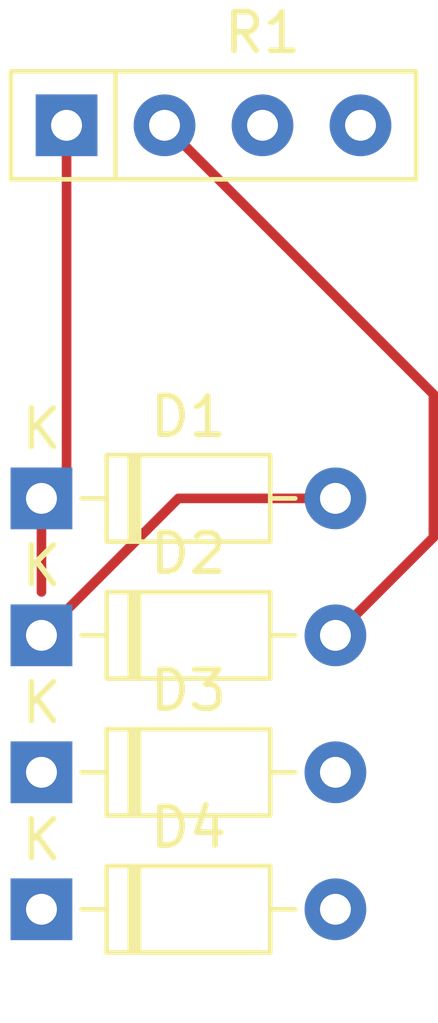
<source format=kicad_pcb>
(kicad_pcb (version 20221018) (generator pcbnew)
  (layers (0 "F.Cu" signal) (31 "B.Cu" signal) (34 "B.Paste" user) (35 "F.Paste" user) (36 "B.SilkS" user "B.Silkscreen") (37 "F.SilkS" user "F.Silkscreen") (38 "B.Mask" user) (39 "F.Mask" user) (44 "Edge.Cuts" user))
  (net 0 "")
  (net 1 "Net-(D1-K)")
  (net 2 "Net-(D1-A)")
  (net 3 "Net-(D2-A)")
  (net 4 "Net-(D3-A)")
  (footprint "Diode_THT:D_DO-35_SOD27_P7.62mm_Horizontal" (layer "F.Cu") (at 144.78 86.36)
    (fp_text reference "D4" (at 3.81 -2.12) (layer "F.SilkS"))
    (fp_text value "1N4148")
    (fp_text user "K" (at 0 -1.8) (layer "F.SilkS"))
    (fp_line (start 1.04 0) (end 1.69 0) (stroke (width 0.12)) (layer "F.SilkS"))
    (fp_line (start 1.69 -1.12) (end 1.69 1.12) (stroke (width 0.12)) (layer "F.SilkS"))
    (fp_line (start 1.69 1.12) (end 5.93 1.12) (stroke (width 0.12)) (layer "F.SilkS"))
    (fp_line (start 2.29 -1.12) (end 2.29 1.12) (stroke (width 0.12)) (layer "F.SilkS"))
    (fp_line (start 2.41 -1.12) (end 2.41 1.12) (stroke (width 0.12)) (layer "F.SilkS"))
    (fp_line (start 2.53 -1.12) (end 2.53 1.12) (stroke (width 0.12)) (layer "F.SilkS"))
    (fp_line (start 5.93 -1.12) (end 1.69 -1.12) (stroke (width 0.12)) (layer "F.SilkS"))
    (fp_line (start 5.93 1.12) (end 5.93 -1.12) (stroke (width 0.12)) (layer "F.SilkS"))
    (fp_line (start 6.58 0) (end 5.93 0) (stroke (width 0.12)) (layer "F.SilkS"))
    (pad "1" thru_hole rect (at 0 0) (size 1.6 1.6) (drill 0.8) (layers "*.Cu" "*.Mask") (net 4 "Net-(D3-A)"))
    (pad "2" thru_hole oval (at 7.62 0) (size 1.6 1.6) (drill 0.8) (layers "*.Cu" "*.Mask") (net 3 "Net-(D2-A)"))
  )
  (footprint "Diode_THT:D_DO-35_SOD27_P7.62mm_Horizontal" (layer "F.Cu") (at 144.78 82.81)
    (fp_text reference "D3" (at 3.81 -2.12) (layer "F.SilkS"))
    (fp_text value "1N4148")
    (fp_text user "K" (at 0 -1.8) (layer "F.SilkS"))
    (fp_line (start 1.04 0) (end 1.69 0) (stroke (width 0.12)) (layer "F.SilkS"))
    (fp_line (start 1.69 -1.12) (end 1.69 1.12) (stroke (width 0.12)) (layer "F.SilkS"))
    (fp_line (start 1.69 1.12) (end 5.93 1.12) (stroke (width 0.12)) (layer "F.SilkS"))
    (fp_line (start 2.29 -1.12) (end 2.29 1.12) (stroke (width 0.12)) (layer "F.SilkS"))
    (fp_line (start 2.41 -1.12) (end 2.41 1.12) (stroke (width 0.12)) (layer "F.SilkS"))
    (fp_line (start 2.53 -1.12) (end 2.53 1.12) (stroke (width 0.12)) (layer "F.SilkS"))
    (fp_line (start 5.93 -1.12) (end 1.69 -1.12) (stroke (width 0.12)) (layer "F.SilkS"))
    (fp_line (start 5.93 1.12) (end 5.93 -1.12) (stroke (width 0.12)) (layer "F.SilkS"))
    (fp_line (start 6.58 0) (end 5.93 0) (stroke (width 0.12)) (layer "F.SilkS"))
    (pad "1" thru_hole rect (at 0 0) (size 1.6 1.6) (drill 0.8) (layers "*.Cu" "*.Mask") (net 1 "Net-(D1-K)"))
    (pad "2" thru_hole oval (at 7.62 0) (size 1.6 1.6) (drill 0.8) (layers "*.Cu" "*.Mask") (net 4 "Net-(D3-A)"))
  )
  (footprint "Diode_THT:D_DO-35_SOD27_P7.62mm_Horizontal" (layer "F.Cu") (at 144.78 79.26)
    (fp_text reference "D2" (at 3.81 -2.12) (layer "F.SilkS"))
    (fp_text value "1N4148")
    (fp_text user "K" (at 0 -1.8) (layer "F.SilkS"))
    (fp_line (start 1.04 0) (end 1.69 0) (stroke (width 0.12)) (layer "F.SilkS"))
    (fp_line (start 1.69 -1.12) (end 1.69 1.12) (stroke (width 0.12)) (layer "F.SilkS"))
    (fp_line (start 1.69 1.12) (end 5.93 1.12) (stroke (width 0.12)) (layer "F.SilkS"))
    (fp_line (start 2.29 -1.12) (end 2.29 1.12) (stroke (width 0.12)) (layer "F.SilkS"))
    (fp_line (start 2.41 -1.12) (end 2.41 1.12) (stroke (width 0.12)) (layer "F.SilkS"))
    (fp_line (start 2.53 -1.12) (end 2.53 1.12) (stroke (width 0.12)) (layer "F.SilkS"))
    (fp_line (start 5.93 -1.12) (end 1.69 -1.12) (stroke (width 0.12)) (layer "F.SilkS"))
    (fp_line (start 5.93 1.12) (end 5.93 -1.12) (stroke (width 0.12)) (layer "F.SilkS"))
    (fp_line (start 6.58 0) (end 5.93 0) (stroke (width 0.12)) (layer "F.SilkS"))
    (pad "1" thru_hole rect (at 0 0) (size 1.6 1.6) (drill 0.8) (layers "*.Cu" "*.Mask") (net 2 "Net-(D1-A)"))
    (pad "2" thru_hole oval (at 7.62 0) (size 1.6 1.6) (drill 0.8) (layers "*.Cu" "*.Mask") (net 3 "Net-(D2-A)"))
  )
  (footprint "Diode_THT:D_DO-35_SOD27_P7.62mm_Horizontal" (layer "F.Cu") (at 144.78 75.71)
    (fp_text reference "D1" (at 3.81 -2.12) (layer "F.SilkS"))
    (fp_text value "1N4148")
    (fp_text user "K" (at 0 -1.8) (layer "F.SilkS"))
    (fp_line (start 1.04 0) (end 1.69 0) (stroke (width 0.12)) (layer "F.SilkS"))
    (fp_line (start 1.69 -1.12) (end 1.69 1.12) (stroke (width 0.12)) (layer "F.SilkS"))
    (fp_line (start 1.69 1.12) (end 5.93 1.12) (stroke (width 0.12)) (layer "F.SilkS"))
    (fp_line (start 2.29 -1.12) (end 2.29 1.12) (stroke (width 0.12)) (layer "F.SilkS"))
    (fp_line (start 2.41 -1.12) (end 2.41 1.12) (stroke (width 0.12)) (layer "F.SilkS"))
    (fp_line (start 2.53 -1.12) (end 2.53 1.12) (stroke (width 0.12)) (layer "F.SilkS"))
    (fp_line (start 5.93 -1.12) (end 1.69 -1.12) (stroke (width 0.12)) (layer "F.SilkS"))
    (fp_line (start 5.93 1.12) (end 5.93 -1.12) (stroke (width 0.12)) (layer "F.SilkS"))
    (fp_line (start 6.58 0) (end 5.93 0) (stroke (width 0.12)) (layer "F.SilkS"))
    (pad "1" thru_hole rect (at 0 0) (size 1.6 1.6) (drill 0.8) (layers "*.Cu" "*.Mask") (net 1 "Net-(D1-K)"))
    (pad "2" thru_hole oval (at 7.62 0) (size 1.6 1.6) (drill 0.8) (layers "*.Cu" "*.Mask") (net 2 "Net-(D1-A)"))
  )
  (footprint "Resistor_THT:R_Array_SIP4" (layer "F.Cu") (at 145.43 66.04)
    (fp_text reference "R1" (at 5.08 -2.4) (layer "F.SilkS"))
    (fp_text value "R")
    (fp_line (start -1.44 -1.4) (end -1.44 1.4) (stroke (width 0.12)) (layer "F.SilkS"))
    (fp_line (start -1.44 1.4) (end 9.06 1.4) (stroke (width 0.12)) (layer "F.SilkS"))
    (fp_line (start 1.27 -1.4) (end 1.27 1.4) (stroke (width 0.12)) (layer "F.SilkS"))
    (fp_line (start 9.06 -1.4) (end -1.44 -1.4) (stroke (width 0.12)) (layer "F.SilkS"))
    (fp_line (start 9.06 1.4) (end 9.06 -1.4) (stroke (width 0.12)) (layer "F.SilkS"))
    (pad "1" thru_hole rect (at 0 0) (size 1.6 1.6) (drill 0.8) (layers "*.Cu" "*.Mask") (net 1 "Net-(D1-K)"))
    (pad "2" thru_hole oval (at 2.54 0) (size 1.6 1.6) (drill 0.8) (layers "*.Cu" "*.Mask") (net 3 "Net-(D2-A)"))
    (pad "3" thru_hole oval (at 5.08 0) (size 1.6 1.6) (drill 0.8) (layers "*.Cu" "*.Mask"))
    (pad "4" thru_hole oval (at 7.62 0) (size 1.6 1.6) (drill 0.8) (layers "*.Cu" "*.Mask"))
  )
  (segment (start 144.78 75.71) (end 144.78 78.135) (width 0.25) (layer "F.Cu") (net 1))
  (segment (start 145.43 66.04) (end 145.43 75.06) (width 0.25) (layer "F.Cu") (net 1))
  (segment (start 145.43 75.06) (end 144.78 75.71) (width 0.25) (layer "F.Cu") (net 1))
  (segment (start 148.33 75.71) (end 144.78 79.26) (width 0.25) (layer "F.Cu") (net 2))
  (segment (start 152.4 75.71) (end 148.33 75.71) (width 0.25) (layer "F.Cu") (net 2))
  (segment (start 154.94 76.72) (end 152.4 79.26) (width 0.25) (layer "F.Cu") (net 3))
  (segment (start 154.94 73.01) (end 154.94 76.72) (width 0.25) (layer "F.Cu") (net 3))
  (segment (start 147.97 66.04) (end 154.94 73.01) (width 0.25) (layer "F.Cu") (net 3))
)
</source>
